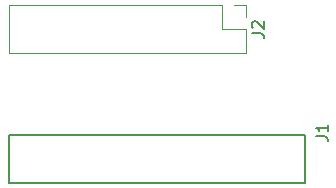
<source format=gbr>
G04 #@! TF.FileFunction,Legend,Top*
%FSLAX46Y46*%
G04 Gerber Fmt 4.6, Leading zero omitted, Abs format (unit mm)*
G04 Created by KiCad (PCBNEW 4.0.7-e2-6376~58~ubuntu16.04.1) date Mon Sep  3 10:25:07 2018*
%MOMM*%
%LPD*%
G01*
G04 APERTURE LIST*
%ADD10C,0.100000*%
%ADD11C,0.150000*%
%ADD12C,0.120000*%
G04 APERTURE END LIST*
D10*
D11*
X182500000Y-116250000D02*
X182750000Y-116250000D01*
X182500000Y-112250000D02*
X182750000Y-112250000D01*
X207250000Y-116250000D02*
X207500000Y-116250000D01*
X207250000Y-112250000D02*
X207500000Y-112250000D01*
X207500000Y-112250000D02*
X207500000Y-116250000D01*
X207250000Y-116250000D02*
X182750000Y-116250000D01*
X182500000Y-116250000D02*
X182500000Y-112250000D01*
X182750000Y-112250000D02*
X207250000Y-112250000D01*
D12*
X182440000Y-101190000D02*
X182440000Y-105310000D01*
X200500000Y-101190000D02*
X182440000Y-101190000D01*
X202560000Y-105310000D02*
X182440000Y-105310000D01*
X200500000Y-101190000D02*
X200500000Y-103250000D01*
X200500000Y-103250000D02*
X202560000Y-103250000D01*
X202560000Y-103250000D02*
X202560000Y-105310000D01*
X201500000Y-101190000D02*
X202560000Y-101190000D01*
X202560000Y-101190000D02*
X202560000Y-102250000D01*
D11*
X208452381Y-112333333D02*
X209166667Y-112333333D01*
X209309524Y-112380953D01*
X209404762Y-112476191D01*
X209452381Y-112619048D01*
X209452381Y-112714286D01*
X209452381Y-111333333D02*
X209452381Y-111904762D01*
X209452381Y-111619048D02*
X208452381Y-111619048D01*
X208595238Y-111714286D01*
X208690476Y-111809524D01*
X208738095Y-111904762D01*
X203012381Y-103583333D02*
X203726667Y-103583333D01*
X203869524Y-103630953D01*
X203964762Y-103726191D01*
X204012381Y-103869048D01*
X204012381Y-103964286D01*
X203107619Y-103154762D02*
X203060000Y-103107143D01*
X203012381Y-103011905D01*
X203012381Y-102773809D01*
X203060000Y-102678571D01*
X203107619Y-102630952D01*
X203202857Y-102583333D01*
X203298095Y-102583333D01*
X203440952Y-102630952D01*
X204012381Y-103202381D01*
X204012381Y-102583333D01*
M02*

</source>
